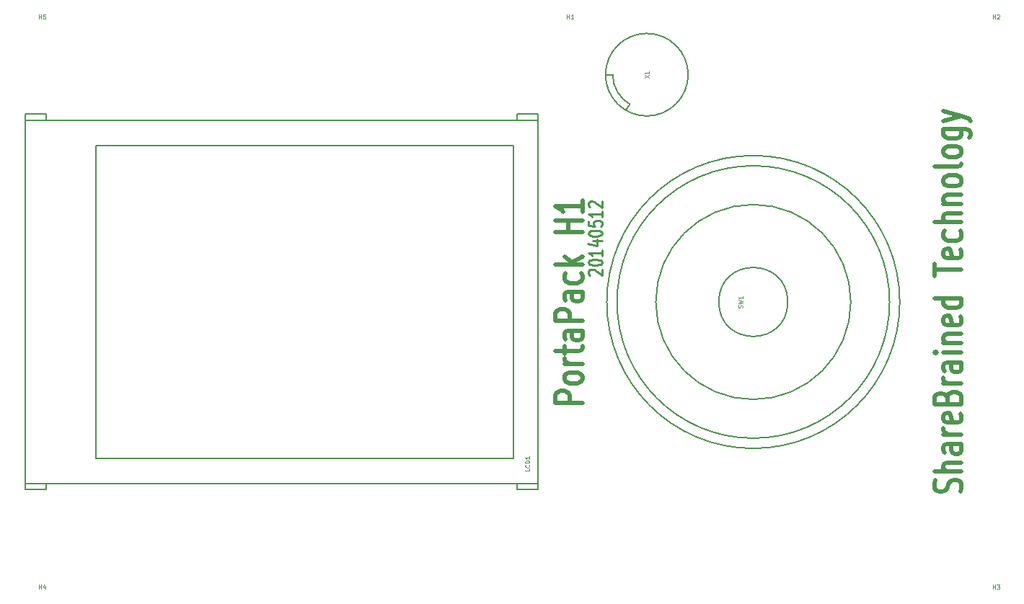
<source format=gto>
%FSLAX34Y34*%
G04 Gerber Fmt 3.4, Leading zero omitted, Abs format*
G04 (created by PCBNEW (2014-03-01 BZR 4730)-product) date Monday, May 12, 2014 'PMt' 11:38:01 PM*
%MOIN*%
G01*
G70*
G90*
G04 APERTURE LIST*
%ADD10C,0.006000*%
%ADD11C,0.019685*%
%ADD12C,0.009843*%
%ADD13C,0.005906*%
%ADD14C,0.004921*%
G04 APERTURE END LIST*
G54D10*
G54D11*
X50176Y-58790D02*
X48916Y-58790D01*
X48916Y-58430D01*
X48976Y-58340D01*
X49036Y-58295D01*
X49156Y-58250D01*
X49336Y-58250D01*
X49456Y-58295D01*
X49516Y-58340D01*
X49576Y-58430D01*
X49576Y-58790D01*
X50176Y-57710D02*
X50116Y-57800D01*
X50056Y-57845D01*
X49936Y-57890D01*
X49576Y-57890D01*
X49456Y-57845D01*
X49396Y-57800D01*
X49336Y-57710D01*
X49336Y-57575D01*
X49396Y-57485D01*
X49456Y-57440D01*
X49576Y-57395D01*
X49936Y-57395D01*
X50056Y-57440D01*
X50116Y-57485D01*
X50176Y-57575D01*
X50176Y-57710D01*
X50176Y-56991D02*
X49336Y-56991D01*
X49576Y-56991D02*
X49456Y-56946D01*
X49396Y-56901D01*
X49336Y-56811D01*
X49336Y-56721D01*
X49336Y-56541D02*
X49336Y-56181D01*
X48916Y-56406D02*
X49996Y-56406D01*
X50116Y-56361D01*
X50176Y-56271D01*
X50176Y-56181D01*
X50176Y-55461D02*
X49516Y-55461D01*
X49396Y-55506D01*
X49336Y-55596D01*
X49336Y-55776D01*
X49396Y-55866D01*
X50116Y-55461D02*
X50176Y-55551D01*
X50176Y-55776D01*
X50116Y-55866D01*
X49996Y-55911D01*
X49876Y-55911D01*
X49756Y-55866D01*
X49696Y-55776D01*
X49696Y-55551D01*
X49636Y-55461D01*
X50176Y-55011D02*
X48916Y-55011D01*
X48916Y-54651D01*
X48976Y-54561D01*
X49036Y-54516D01*
X49156Y-54471D01*
X49336Y-54471D01*
X49456Y-54516D01*
X49516Y-54561D01*
X49576Y-54651D01*
X49576Y-55011D01*
X50176Y-53661D02*
X49516Y-53661D01*
X49396Y-53706D01*
X49336Y-53796D01*
X49336Y-53976D01*
X49396Y-54066D01*
X50116Y-53661D02*
X50176Y-53751D01*
X50176Y-53976D01*
X50116Y-54066D01*
X49996Y-54111D01*
X49876Y-54111D01*
X49756Y-54066D01*
X49696Y-53976D01*
X49696Y-53751D01*
X49636Y-53661D01*
X50116Y-52806D02*
X50176Y-52896D01*
X50176Y-53076D01*
X50116Y-53166D01*
X50056Y-53211D01*
X49936Y-53256D01*
X49576Y-53256D01*
X49456Y-53211D01*
X49396Y-53166D01*
X49336Y-53076D01*
X49336Y-52896D01*
X49396Y-52806D01*
X50176Y-52401D02*
X48916Y-52401D01*
X49696Y-52311D02*
X50176Y-52041D01*
X49336Y-52041D02*
X49816Y-52401D01*
X50176Y-50916D02*
X48916Y-50916D01*
X49516Y-50916D02*
X49516Y-50376D01*
X50176Y-50376D02*
X48916Y-50376D01*
X50176Y-49431D02*
X50176Y-49971D01*
X50176Y-49701D02*
X48916Y-49701D01*
X49096Y-49791D01*
X49216Y-49881D01*
X49276Y-49971D01*
G54D12*
X50502Y-52890D02*
X50472Y-52868D01*
X50442Y-52823D01*
X50442Y-52710D01*
X50472Y-52665D01*
X50502Y-52643D01*
X50562Y-52620D01*
X50622Y-52620D01*
X50712Y-52643D01*
X51072Y-52913D01*
X51072Y-52620D01*
X50442Y-52328D02*
X50442Y-52283D01*
X50472Y-52238D01*
X50502Y-52215D01*
X50562Y-52193D01*
X50682Y-52170D01*
X50832Y-52170D01*
X50952Y-52193D01*
X51012Y-52215D01*
X51042Y-52238D01*
X51072Y-52283D01*
X51072Y-52328D01*
X51042Y-52373D01*
X51012Y-52395D01*
X50952Y-52418D01*
X50832Y-52440D01*
X50682Y-52440D01*
X50562Y-52418D01*
X50502Y-52395D01*
X50472Y-52373D01*
X50442Y-52328D01*
X51072Y-51721D02*
X51072Y-51991D01*
X51072Y-51856D02*
X50442Y-51856D01*
X50532Y-51901D01*
X50592Y-51946D01*
X50622Y-51991D01*
X50652Y-51316D02*
X51072Y-51316D01*
X50412Y-51428D02*
X50862Y-51541D01*
X50862Y-51248D01*
X50442Y-50978D02*
X50442Y-50933D01*
X50472Y-50888D01*
X50502Y-50866D01*
X50562Y-50843D01*
X50682Y-50821D01*
X50832Y-50821D01*
X50952Y-50843D01*
X51012Y-50866D01*
X51042Y-50888D01*
X51072Y-50933D01*
X51072Y-50978D01*
X51042Y-51023D01*
X51012Y-51046D01*
X50952Y-51068D01*
X50832Y-51091D01*
X50682Y-51091D01*
X50562Y-51068D01*
X50502Y-51046D01*
X50472Y-51023D01*
X50442Y-50978D01*
X50442Y-50393D02*
X50442Y-50618D01*
X50742Y-50641D01*
X50712Y-50618D01*
X50682Y-50573D01*
X50682Y-50461D01*
X50712Y-50416D01*
X50742Y-50393D01*
X50802Y-50371D01*
X50952Y-50371D01*
X51012Y-50393D01*
X51042Y-50416D01*
X51072Y-50461D01*
X51072Y-50573D01*
X51042Y-50618D01*
X51012Y-50641D01*
X51072Y-49921D02*
X51072Y-50191D01*
X51072Y-50056D02*
X50442Y-50056D01*
X50532Y-50101D01*
X50592Y-50146D01*
X50622Y-50191D01*
X50502Y-49741D02*
X50472Y-49718D01*
X50442Y-49673D01*
X50442Y-49561D01*
X50472Y-49516D01*
X50502Y-49493D01*
X50562Y-49471D01*
X50622Y-49471D01*
X50712Y-49493D01*
X51072Y-49763D01*
X51072Y-49471D01*
G54D11*
X67635Y-62907D02*
X67695Y-62772D01*
X67695Y-62547D01*
X67635Y-62457D01*
X67575Y-62412D01*
X67455Y-62367D01*
X67335Y-62367D01*
X67215Y-62412D01*
X67155Y-62457D01*
X67095Y-62547D01*
X67035Y-62727D01*
X66976Y-62817D01*
X66916Y-62862D01*
X66796Y-62907D01*
X66676Y-62907D01*
X66556Y-62862D01*
X66496Y-62817D01*
X66436Y-62727D01*
X66436Y-62502D01*
X66496Y-62367D01*
X67695Y-61962D02*
X66436Y-61962D01*
X67695Y-61557D02*
X67035Y-61557D01*
X66916Y-61602D01*
X66856Y-61692D01*
X66856Y-61827D01*
X66916Y-61917D01*
X66976Y-61962D01*
X67695Y-60703D02*
X67035Y-60703D01*
X66916Y-60748D01*
X66856Y-60838D01*
X66856Y-61017D01*
X66916Y-61107D01*
X67635Y-60703D02*
X67695Y-60793D01*
X67695Y-61017D01*
X67635Y-61107D01*
X67515Y-61152D01*
X67395Y-61152D01*
X67275Y-61107D01*
X67215Y-61017D01*
X67215Y-60793D01*
X67155Y-60703D01*
X67695Y-60253D02*
X66856Y-60253D01*
X67095Y-60253D02*
X66976Y-60208D01*
X66916Y-60163D01*
X66856Y-60073D01*
X66856Y-59983D01*
X67635Y-59308D02*
X67695Y-59398D01*
X67695Y-59578D01*
X67635Y-59668D01*
X67515Y-59713D01*
X67035Y-59713D01*
X66916Y-59668D01*
X66856Y-59578D01*
X66856Y-59398D01*
X66916Y-59308D01*
X67035Y-59263D01*
X67155Y-59263D01*
X67275Y-59713D01*
X67035Y-58543D02*
X67095Y-58408D01*
X67155Y-58363D01*
X67275Y-58318D01*
X67455Y-58318D01*
X67575Y-58363D01*
X67635Y-58408D01*
X67695Y-58498D01*
X67695Y-58858D01*
X66436Y-58858D01*
X66436Y-58543D01*
X66496Y-58453D01*
X66556Y-58408D01*
X66676Y-58363D01*
X66796Y-58363D01*
X66916Y-58408D01*
X66976Y-58453D01*
X67035Y-58543D01*
X67035Y-58858D01*
X67695Y-57913D02*
X66856Y-57913D01*
X67095Y-57913D02*
X66976Y-57868D01*
X66916Y-57823D01*
X66856Y-57733D01*
X66856Y-57643D01*
X67695Y-56923D02*
X67035Y-56923D01*
X66916Y-56968D01*
X66856Y-57058D01*
X66856Y-57238D01*
X66916Y-57328D01*
X67635Y-56923D02*
X67695Y-57013D01*
X67695Y-57238D01*
X67635Y-57328D01*
X67515Y-57373D01*
X67395Y-57373D01*
X67275Y-57328D01*
X67215Y-57238D01*
X67215Y-57013D01*
X67155Y-56923D01*
X67695Y-56473D02*
X66856Y-56473D01*
X66436Y-56473D02*
X66496Y-56518D01*
X66556Y-56473D01*
X66496Y-56428D01*
X66436Y-56473D01*
X66556Y-56473D01*
X66856Y-56023D02*
X67695Y-56023D01*
X66976Y-56023D02*
X66916Y-55978D01*
X66856Y-55888D01*
X66856Y-55753D01*
X66916Y-55663D01*
X67035Y-55618D01*
X67695Y-55618D01*
X67635Y-54808D02*
X67695Y-54898D01*
X67695Y-55078D01*
X67635Y-55168D01*
X67515Y-55213D01*
X67035Y-55213D01*
X66916Y-55168D01*
X66856Y-55078D01*
X66856Y-54898D01*
X66916Y-54808D01*
X67035Y-54763D01*
X67155Y-54763D01*
X67275Y-55213D01*
X67695Y-53953D02*
X66436Y-53953D01*
X67635Y-53953D02*
X67695Y-54043D01*
X67695Y-54223D01*
X67635Y-54313D01*
X67575Y-54358D01*
X67455Y-54403D01*
X67095Y-54403D01*
X66976Y-54358D01*
X66916Y-54313D01*
X66856Y-54223D01*
X66856Y-54043D01*
X66916Y-53953D01*
X66436Y-52919D02*
X66436Y-52379D01*
X67695Y-52649D02*
X66436Y-52649D01*
X67635Y-51704D02*
X67695Y-51794D01*
X67695Y-51974D01*
X67635Y-52064D01*
X67515Y-52109D01*
X67035Y-52109D01*
X66916Y-52064D01*
X66856Y-51974D01*
X66856Y-51794D01*
X66916Y-51704D01*
X67035Y-51659D01*
X67155Y-51659D01*
X67275Y-52109D01*
X67635Y-50849D02*
X67695Y-50939D01*
X67695Y-51119D01*
X67635Y-51209D01*
X67575Y-51254D01*
X67455Y-51299D01*
X67095Y-51299D01*
X66976Y-51254D01*
X66916Y-51209D01*
X66856Y-51119D01*
X66856Y-50939D01*
X66916Y-50849D01*
X67695Y-50444D02*
X66436Y-50444D01*
X67695Y-50039D02*
X67035Y-50039D01*
X66916Y-50084D01*
X66856Y-50174D01*
X66856Y-50309D01*
X66916Y-50399D01*
X66976Y-50444D01*
X66856Y-49589D02*
X67695Y-49589D01*
X66976Y-49589D02*
X66916Y-49544D01*
X66856Y-49454D01*
X66856Y-49319D01*
X66916Y-49229D01*
X67035Y-49184D01*
X67695Y-49184D01*
X67695Y-48599D02*
X67635Y-48689D01*
X67575Y-48734D01*
X67455Y-48779D01*
X67095Y-48779D01*
X66976Y-48734D01*
X66916Y-48689D01*
X66856Y-48599D01*
X66856Y-48464D01*
X66916Y-48374D01*
X66976Y-48329D01*
X67095Y-48284D01*
X67455Y-48284D01*
X67575Y-48329D01*
X67635Y-48374D01*
X67695Y-48464D01*
X67695Y-48599D01*
X67695Y-47744D02*
X67635Y-47834D01*
X67515Y-47879D01*
X66436Y-47879D01*
X67695Y-47249D02*
X67635Y-47339D01*
X67575Y-47384D01*
X67455Y-47429D01*
X67095Y-47429D01*
X66976Y-47384D01*
X66916Y-47339D01*
X66856Y-47249D01*
X66856Y-47114D01*
X66916Y-47024D01*
X66976Y-46979D01*
X67095Y-46934D01*
X67455Y-46934D01*
X67575Y-46979D01*
X67635Y-47024D01*
X67695Y-47114D01*
X67695Y-47249D01*
X66856Y-46124D02*
X67875Y-46124D01*
X67995Y-46169D01*
X68055Y-46214D01*
X68115Y-46304D01*
X68115Y-46439D01*
X68055Y-46529D01*
X67635Y-46124D02*
X67695Y-46214D01*
X67695Y-46394D01*
X67635Y-46484D01*
X67575Y-46529D01*
X67455Y-46574D01*
X67095Y-46574D01*
X66976Y-46529D01*
X66916Y-46484D01*
X66856Y-46394D01*
X66856Y-46214D01*
X66916Y-46124D01*
X66856Y-45764D02*
X67695Y-45539D01*
X66856Y-45314D02*
X67695Y-45539D01*
X67995Y-45629D01*
X68055Y-45674D01*
X68115Y-45764D01*
G54D13*
X62578Y-54133D02*
G75*
G03X62578Y-54133I-4507J0D01*
G74*
G01*
X59665Y-54133D02*
G75*
G03X59665Y-54133I-1594J0D01*
G74*
G01*
X64370Y-54133D02*
G75*
G03X64370Y-54133I-6299J0D01*
G74*
G01*
X64842Y-54133D02*
G75*
G03X64842Y-54133I-6771J0D01*
G74*
G01*
G54D10*
X24409Y-45724D02*
X24409Y-45448D01*
X24409Y-45448D02*
X25393Y-45448D01*
X25393Y-45448D02*
X25393Y-45724D01*
X24409Y-62543D02*
X24409Y-62818D01*
X24409Y-62818D02*
X25393Y-62818D01*
X25393Y-62818D02*
X25393Y-62543D01*
X48133Y-62543D02*
X48133Y-62818D01*
X48133Y-62818D02*
X47149Y-62818D01*
X47149Y-62818D02*
X47149Y-62543D01*
X48133Y-45724D02*
X48133Y-45448D01*
X48133Y-45448D02*
X47149Y-45448D01*
X47149Y-45448D02*
X47149Y-45724D01*
X46972Y-46905D02*
X46972Y-61362D01*
X46972Y-61362D02*
X27696Y-61362D01*
X27696Y-61362D02*
X27696Y-46905D01*
X27696Y-46905D02*
X46972Y-46905D01*
X24409Y-62543D02*
X24409Y-45724D01*
X24409Y-45724D02*
X48133Y-45724D01*
X48133Y-45724D02*
X48133Y-62543D01*
X48133Y-62543D02*
X24409Y-62543D01*
X52362Y-44985D02*
X52194Y-45275D01*
X51574Y-43622D02*
X51240Y-43622D01*
X51574Y-43622D02*
G75*
G03X52362Y-44985I1574J0D01*
G74*
G01*
X55059Y-43622D02*
G75*
G03X55059Y-43622I-1909J0D01*
G74*
G01*
G54D14*
X25046Y-41033D02*
X25046Y-40837D01*
X25046Y-40930D02*
X25159Y-40930D01*
X25159Y-41033D02*
X25159Y-40837D01*
X25346Y-40837D02*
X25253Y-40837D01*
X25243Y-40930D01*
X25253Y-40921D01*
X25271Y-40912D01*
X25318Y-40912D01*
X25337Y-40921D01*
X25346Y-40930D01*
X25356Y-40949D01*
X25356Y-40996D01*
X25346Y-41015D01*
X25337Y-41024D01*
X25318Y-41033D01*
X25271Y-41033D01*
X25253Y-41024D01*
X25243Y-41015D01*
X25046Y-67411D02*
X25046Y-67215D01*
X25046Y-67308D02*
X25159Y-67308D01*
X25159Y-67411D02*
X25159Y-67215D01*
X25337Y-67280D02*
X25337Y-67411D01*
X25290Y-67205D02*
X25243Y-67346D01*
X25365Y-67346D01*
X69141Y-67411D02*
X69141Y-67215D01*
X69141Y-67308D02*
X69253Y-67308D01*
X69253Y-67411D02*
X69253Y-67215D01*
X69328Y-67215D02*
X69450Y-67215D01*
X69385Y-67290D01*
X69413Y-67290D01*
X69431Y-67299D01*
X69441Y-67308D01*
X69450Y-67327D01*
X69450Y-67374D01*
X69441Y-67393D01*
X69431Y-67402D01*
X69413Y-67411D01*
X69356Y-67411D01*
X69338Y-67402D01*
X69328Y-67393D01*
X69141Y-41033D02*
X69141Y-40837D01*
X69141Y-40930D02*
X69253Y-40930D01*
X69253Y-41033D02*
X69253Y-40837D01*
X69338Y-40855D02*
X69347Y-40846D01*
X69366Y-40837D01*
X69413Y-40837D01*
X69431Y-40846D01*
X69441Y-40855D01*
X69450Y-40874D01*
X69450Y-40893D01*
X69441Y-40921D01*
X69328Y-41033D01*
X69450Y-41033D01*
X49456Y-41033D02*
X49456Y-40837D01*
X49456Y-40930D02*
X49568Y-40930D01*
X49568Y-41033D02*
X49568Y-40837D01*
X49765Y-41033D02*
X49653Y-41033D01*
X49709Y-41033D02*
X49709Y-40837D01*
X49690Y-40865D01*
X49671Y-40883D01*
X49653Y-40893D01*
X57559Y-54396D02*
X57569Y-54368D01*
X57569Y-54321D01*
X57559Y-54302D01*
X57550Y-54293D01*
X57531Y-54283D01*
X57513Y-54283D01*
X57494Y-54293D01*
X57485Y-54302D01*
X57475Y-54321D01*
X57466Y-54358D01*
X57456Y-54377D01*
X57447Y-54386D01*
X57428Y-54396D01*
X57410Y-54396D01*
X57391Y-54386D01*
X57381Y-54377D01*
X57372Y-54358D01*
X57372Y-54311D01*
X57381Y-54283D01*
X57372Y-54218D02*
X57569Y-54171D01*
X57428Y-54133D01*
X57569Y-54096D01*
X57372Y-54049D01*
X57569Y-53871D02*
X57569Y-53983D01*
X57569Y-53927D02*
X57372Y-53927D01*
X57400Y-53946D01*
X57419Y-53965D01*
X57428Y-53983D01*
X47726Y-61843D02*
X47726Y-61937D01*
X47529Y-61937D01*
X47708Y-61665D02*
X47717Y-61675D01*
X47726Y-61703D01*
X47726Y-61721D01*
X47717Y-61750D01*
X47698Y-61768D01*
X47679Y-61778D01*
X47642Y-61787D01*
X47614Y-61787D01*
X47576Y-61778D01*
X47558Y-61768D01*
X47539Y-61750D01*
X47529Y-61721D01*
X47529Y-61703D01*
X47539Y-61675D01*
X47548Y-61665D01*
X47726Y-61581D02*
X47529Y-61581D01*
X47529Y-61534D01*
X47539Y-61506D01*
X47558Y-61487D01*
X47576Y-61478D01*
X47614Y-61468D01*
X47642Y-61468D01*
X47679Y-61478D01*
X47698Y-61487D01*
X47717Y-61506D01*
X47726Y-61534D01*
X47726Y-61581D01*
X47726Y-61281D02*
X47726Y-61393D01*
X47726Y-61337D02*
X47529Y-61337D01*
X47558Y-61356D01*
X47576Y-61375D01*
X47586Y-61393D01*
X53041Y-43781D02*
X53238Y-43650D01*
X53041Y-43650D02*
X53238Y-43781D01*
X53238Y-43472D02*
X53238Y-43584D01*
X53238Y-43528D02*
X53041Y-43528D01*
X53069Y-43547D01*
X53088Y-43565D01*
X53098Y-43584D01*
M02*

</source>
